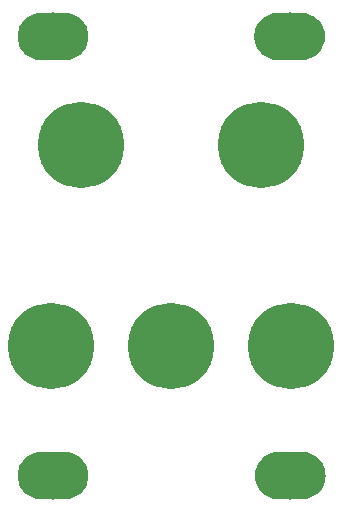
<source format=gbr>
G04 #@! TF.GenerationSoftware,KiCad,Pcbnew,(5.0.1)-4*
G04 #@! TF.CreationDate,2019-02-24T02:38:56+01:00*
G04 #@! TF.ProjectId,1U Rim Panel,31552052696D2050616E656C2E6B6963,rev?*
G04 #@! TF.SameCoordinates,Original*
G04 #@! TF.FileFunction,Copper,L2,Bot,Signal*
G04 #@! TF.FilePolarity,Positive*
%FSLAX46Y46*%
G04 Gerber Fmt 4.6, Leading zero omitted, Abs format (unit mm)*
G04 Created by KiCad (PCBNEW (5.0.1)-4) date 2/24/2019 2:38:56 AM*
%MOMM*%
%LPD*%
G01*
G04 APERTURE LIST*
G04 #@! TA.AperFunction,WasherPad*
%ADD10C,7.300000*%
G04 #@! TD*
G04 #@! TA.AperFunction,Conductor*
%ADD11C,0.100000*%
G04 #@! TD*
G04 #@! TA.AperFunction,WasherPad*
%ADD12C,4.000000*%
G04 #@! TD*
G04 APERTURE END LIST*
D10*
G04 #@! TO.P,,*
G04 #@! TO.N,*
X52091600Y-51786200D03*
G04 #@! TD*
G04 #@! TO.P,,*
G04 #@! TO.N,*
X41931600Y-51786200D03*
G04 #@! TD*
G04 #@! TO.P,,*
G04 #@! TO.N,*
X31771600Y-51786200D03*
G04 #@! TD*
G04 #@! TO.P,,*
G04 #@! TO.N,*
X34311600Y-34768200D03*
G04 #@! TD*
G04 #@! TO.P,,*
G04 #@! TO.N,*
X49551600Y-34768200D03*
G04 #@! TD*
D11*
G04 #@! TO.N,*
G04 #@! TO.C,*
G36*
X33113034Y-60791230D02*
X33307181Y-60820028D01*
X33497569Y-60867718D01*
X33682367Y-60933840D01*
X33859793Y-61017756D01*
X34028140Y-61118660D01*
X34185787Y-61235578D01*
X34331214Y-61367385D01*
X34463021Y-61512812D01*
X34579939Y-61670459D01*
X34680843Y-61838806D01*
X34764759Y-62016232D01*
X34830881Y-62201030D01*
X34878571Y-62391418D01*
X34907369Y-62585565D01*
X34917000Y-62781599D01*
X34917000Y-62781601D01*
X34907369Y-62977635D01*
X34878571Y-63171782D01*
X34830881Y-63362170D01*
X34764759Y-63546968D01*
X34680843Y-63724394D01*
X34579939Y-63892741D01*
X34463021Y-64050388D01*
X34331214Y-64195815D01*
X34185787Y-64327622D01*
X34028140Y-64444540D01*
X33859793Y-64545444D01*
X33682367Y-64629360D01*
X33497569Y-64695482D01*
X33307181Y-64743172D01*
X33113034Y-64771970D01*
X32917000Y-64781601D01*
X30917000Y-64781601D01*
X30720966Y-64771970D01*
X30526819Y-64743172D01*
X30336431Y-64695482D01*
X30151633Y-64629360D01*
X29974207Y-64545444D01*
X29805860Y-64444540D01*
X29648213Y-64327622D01*
X29502786Y-64195815D01*
X29370979Y-64050388D01*
X29254061Y-63892741D01*
X29153157Y-63724394D01*
X29069241Y-63546968D01*
X29003119Y-63362170D01*
X28955429Y-63171782D01*
X28926631Y-62977635D01*
X28917000Y-62781601D01*
X28917000Y-62781599D01*
X28926631Y-62585565D01*
X28955429Y-62391418D01*
X29003119Y-62201030D01*
X29069241Y-62016232D01*
X29153157Y-61838806D01*
X29254061Y-61670459D01*
X29370979Y-61512812D01*
X29502786Y-61367385D01*
X29648213Y-61235578D01*
X29805860Y-61118660D01*
X29974207Y-61017756D01*
X30151633Y-60933840D01*
X30336431Y-60867718D01*
X30526819Y-60820028D01*
X30720966Y-60791230D01*
X30917000Y-60781599D01*
X32917000Y-60781599D01*
X33113034Y-60791230D01*
X33113034Y-60791230D01*
G37*
D12*
G04 #@! TD*
G04 #@! TO.P,,*
G04 #@! TO.N,*
X31917000Y-62781600D03*
D11*
G04 #@! TO.N,*
G04 #@! TO.C,*
G36*
X53193034Y-60791230D02*
X53387181Y-60820028D01*
X53577569Y-60867718D01*
X53762367Y-60933840D01*
X53939793Y-61017756D01*
X54108140Y-61118660D01*
X54265787Y-61235578D01*
X54411214Y-61367385D01*
X54543021Y-61512812D01*
X54659939Y-61670459D01*
X54760843Y-61838806D01*
X54844759Y-62016232D01*
X54910881Y-62201030D01*
X54958571Y-62391418D01*
X54987369Y-62585565D01*
X54997000Y-62781599D01*
X54997000Y-62781601D01*
X54987369Y-62977635D01*
X54958571Y-63171782D01*
X54910881Y-63362170D01*
X54844759Y-63546968D01*
X54760843Y-63724394D01*
X54659939Y-63892741D01*
X54543021Y-64050388D01*
X54411214Y-64195815D01*
X54265787Y-64327622D01*
X54108140Y-64444540D01*
X53939793Y-64545444D01*
X53762367Y-64629360D01*
X53577569Y-64695482D01*
X53387181Y-64743172D01*
X53193034Y-64771970D01*
X52997000Y-64781601D01*
X50997000Y-64781601D01*
X50800966Y-64771970D01*
X50606819Y-64743172D01*
X50416431Y-64695482D01*
X50231633Y-64629360D01*
X50054207Y-64545444D01*
X49885860Y-64444540D01*
X49728213Y-64327622D01*
X49582786Y-64195815D01*
X49450979Y-64050388D01*
X49334061Y-63892741D01*
X49233157Y-63724394D01*
X49149241Y-63546968D01*
X49083119Y-63362170D01*
X49035429Y-63171782D01*
X49006631Y-62977635D01*
X48997000Y-62781601D01*
X48997000Y-62781599D01*
X49006631Y-62585565D01*
X49035429Y-62391418D01*
X49083119Y-62201030D01*
X49149241Y-62016232D01*
X49233157Y-61838806D01*
X49334061Y-61670459D01*
X49450979Y-61512812D01*
X49582786Y-61367385D01*
X49728213Y-61235578D01*
X49885860Y-61118660D01*
X50054207Y-61017756D01*
X50231633Y-60933840D01*
X50416431Y-60867718D01*
X50606819Y-60820028D01*
X50800966Y-60791230D01*
X50997000Y-60781599D01*
X52997000Y-60781599D01*
X53193034Y-60791230D01*
X53193034Y-60791230D01*
G37*
D12*
G04 #@! TD*
G04 #@! TO.P,,*
G04 #@! TO.N,*
X51997000Y-62781600D03*
D11*
G04 #@! TO.N,*
G04 #@! TO.C,*
G36*
X53149034Y-23611230D02*
X53343181Y-23640028D01*
X53533569Y-23687718D01*
X53718367Y-23753840D01*
X53895793Y-23837756D01*
X54064140Y-23938660D01*
X54221787Y-24055578D01*
X54367214Y-24187385D01*
X54499021Y-24332812D01*
X54615939Y-24490459D01*
X54716843Y-24658806D01*
X54800759Y-24836232D01*
X54866881Y-25021030D01*
X54914571Y-25211418D01*
X54943369Y-25405565D01*
X54953000Y-25601599D01*
X54953000Y-25601601D01*
X54943369Y-25797635D01*
X54914571Y-25991782D01*
X54866881Y-26182170D01*
X54800759Y-26366968D01*
X54716843Y-26544394D01*
X54615939Y-26712741D01*
X54499021Y-26870388D01*
X54367214Y-27015815D01*
X54221787Y-27147622D01*
X54064140Y-27264540D01*
X53895793Y-27365444D01*
X53718367Y-27449360D01*
X53533569Y-27515482D01*
X53343181Y-27563172D01*
X53149034Y-27591970D01*
X52953000Y-27601601D01*
X50953000Y-27601601D01*
X50756966Y-27591970D01*
X50562819Y-27563172D01*
X50372431Y-27515482D01*
X50187633Y-27449360D01*
X50010207Y-27365444D01*
X49841860Y-27264540D01*
X49684213Y-27147622D01*
X49538786Y-27015815D01*
X49406979Y-26870388D01*
X49290061Y-26712741D01*
X49189157Y-26544394D01*
X49105241Y-26366968D01*
X49039119Y-26182170D01*
X48991429Y-25991782D01*
X48962631Y-25797635D01*
X48953000Y-25601601D01*
X48953000Y-25601599D01*
X48962631Y-25405565D01*
X48991429Y-25211418D01*
X49039119Y-25021030D01*
X49105241Y-24836232D01*
X49189157Y-24658806D01*
X49290061Y-24490459D01*
X49406979Y-24332812D01*
X49538786Y-24187385D01*
X49684213Y-24055578D01*
X49841860Y-23938660D01*
X50010207Y-23837756D01*
X50187633Y-23753840D01*
X50372431Y-23687718D01*
X50562819Y-23640028D01*
X50756966Y-23611230D01*
X50953000Y-23601599D01*
X52953000Y-23601599D01*
X53149034Y-23611230D01*
X53149034Y-23611230D01*
G37*
D12*
G04 #@! TD*
G04 #@! TO.P,,*
G04 #@! TO.N,*
X51953000Y-25601600D03*
D11*
G04 #@! TO.N,*
G04 #@! TO.C,*
G36*
X33113034Y-23611230D02*
X33307181Y-23640028D01*
X33497569Y-23687718D01*
X33682367Y-23753840D01*
X33859793Y-23837756D01*
X34028140Y-23938660D01*
X34185787Y-24055578D01*
X34331214Y-24187385D01*
X34463021Y-24332812D01*
X34579939Y-24490459D01*
X34680843Y-24658806D01*
X34764759Y-24836232D01*
X34830881Y-25021030D01*
X34878571Y-25211418D01*
X34907369Y-25405565D01*
X34917000Y-25601599D01*
X34917000Y-25601601D01*
X34907369Y-25797635D01*
X34878571Y-25991782D01*
X34830881Y-26182170D01*
X34764759Y-26366968D01*
X34680843Y-26544394D01*
X34579939Y-26712741D01*
X34463021Y-26870388D01*
X34331214Y-27015815D01*
X34185787Y-27147622D01*
X34028140Y-27264540D01*
X33859793Y-27365444D01*
X33682367Y-27449360D01*
X33497569Y-27515482D01*
X33307181Y-27563172D01*
X33113034Y-27591970D01*
X32917000Y-27601601D01*
X30917000Y-27601601D01*
X30720966Y-27591970D01*
X30526819Y-27563172D01*
X30336431Y-27515482D01*
X30151633Y-27449360D01*
X29974207Y-27365444D01*
X29805860Y-27264540D01*
X29648213Y-27147622D01*
X29502786Y-27015815D01*
X29370979Y-26870388D01*
X29254061Y-26712741D01*
X29153157Y-26544394D01*
X29069241Y-26366968D01*
X29003119Y-26182170D01*
X28955429Y-25991782D01*
X28926631Y-25797635D01*
X28917000Y-25601601D01*
X28917000Y-25601599D01*
X28926631Y-25405565D01*
X28955429Y-25211418D01*
X29003119Y-25021030D01*
X29069241Y-24836232D01*
X29153157Y-24658806D01*
X29254061Y-24490459D01*
X29370979Y-24332812D01*
X29502786Y-24187385D01*
X29648213Y-24055578D01*
X29805860Y-23938660D01*
X29974207Y-23837756D01*
X30151633Y-23753840D01*
X30336431Y-23687718D01*
X30526819Y-23640028D01*
X30720966Y-23611230D01*
X30917000Y-23601599D01*
X32917000Y-23601599D01*
X33113034Y-23611230D01*
X33113034Y-23611230D01*
G37*
D12*
G04 #@! TD*
G04 #@! TO.P,,*
G04 #@! TO.N,*
X31917000Y-25601600D03*
M02*

</source>
